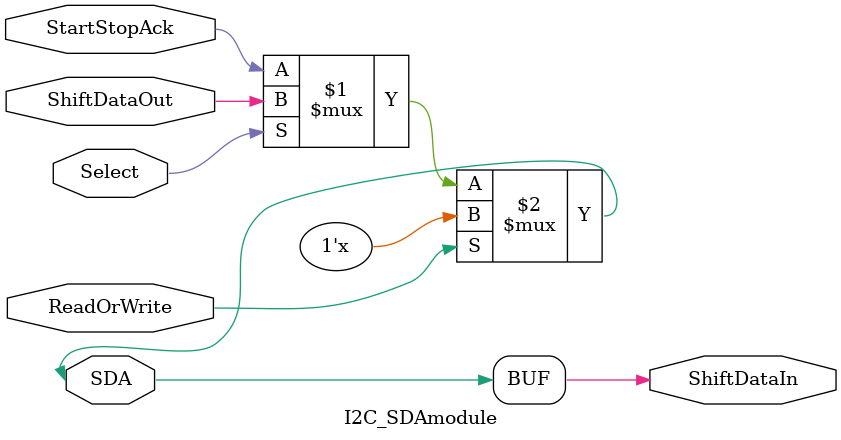
<source format=v>
`timescale 1ns / 1ps
module I2C_SDAmodule (
	inout SDA,
	input ReadOrWrite,
	input Select,
	input StartStopAck,
	output ShiftDataIn,
	input ShiftDataOut);

assign ShiftDataIn = SDA;

assign SDA = (ReadOrWrite)? 1'bZ:((Select)? ShiftDataOut : StartStopAck);
//
//
//always @(ReadOrWrite or Select or StartStopAck or ShiftDataOut)
//	if(ReadOrWrite)
//		begin
//			if(Select)
//				begin
//					SDA <= ShiftDataOut;
//				end
//			else
//				begin
//					SDA <= StartStopAck;
//				end
//		end

endmodule
</source>
